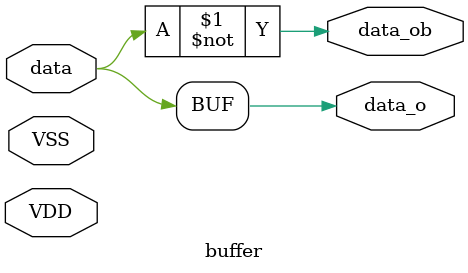
<source format=sv>


module buffer(
    input  wire VDD,
    input  wire VSS,
    input  wire data,
    output wire data_ob,
    output wire data_o
);

parameter DELAY = 1;

assign #DELAY data_o = data;
assign #DELAY data_ob = ~data;

endmodule

</source>
